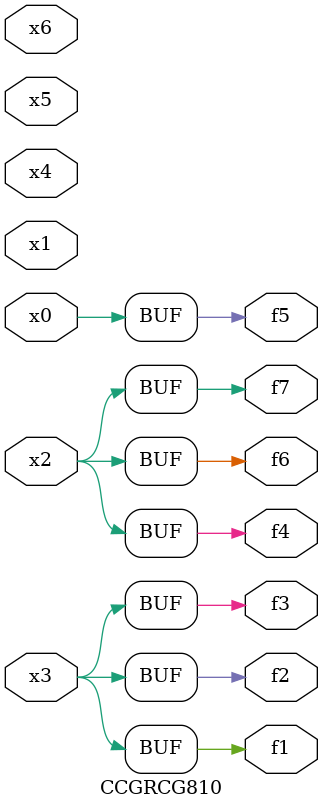
<source format=v>
module CCGRCG810(
	input x0, x1, x2, x3, x4, x5, x6,
	output f1, f2, f3, f4, f5, f6, f7
);
	assign f1 = x3;
	assign f2 = x3;
	assign f3 = x3;
	assign f4 = x2;
	assign f5 = x0;
	assign f6 = x2;
	assign f7 = x2;
endmodule

</source>
